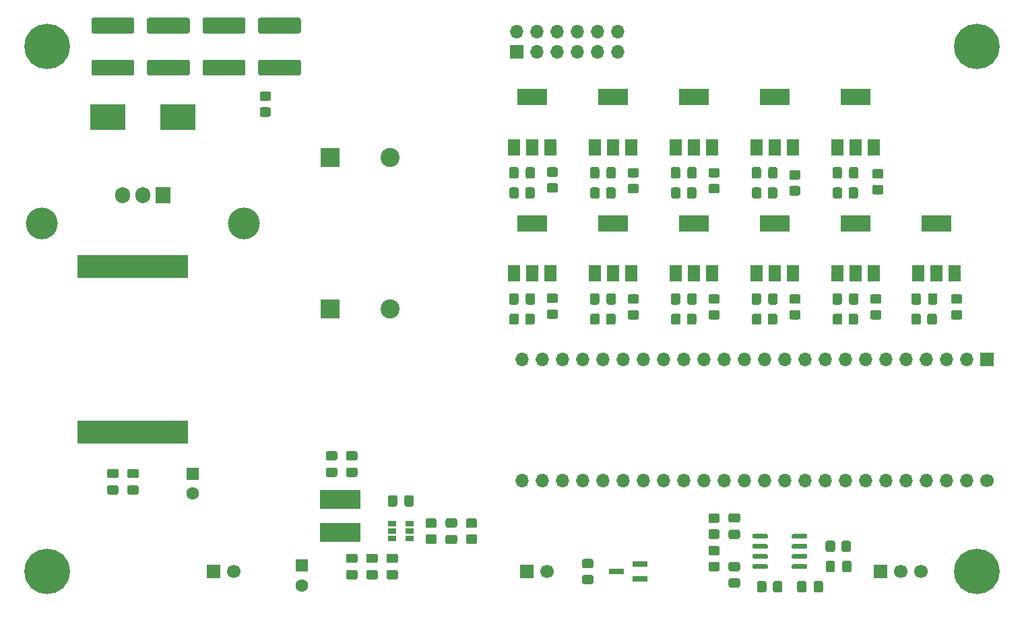
<source format=gbr>
%TF.GenerationSoftware,KiCad,Pcbnew,(5.1.9)-1*%
%TF.CreationDate,2021-10-04T18:28:26-04:00*%
%TF.ProjectId,In9 Music Visualizer RevC,496e3920-4d75-4736-9963-205669737561,rev?*%
%TF.SameCoordinates,Original*%
%TF.FileFunction,Soldermask,Top*%
%TF.FilePolarity,Negative*%
%FSLAX46Y46*%
G04 Gerber Fmt 4.6, Leading zero omitted, Abs format (unit mm)*
G04 Created by KiCad (PCBNEW (5.1.9)-1) date 2021-10-04 18:28:26*
%MOMM*%
%LPD*%
G01*
G04 APERTURE LIST*
%ADD10O,1.905000X2.000000*%
%ADD11R,1.905000X2.000000*%
%ADD12C,1.600000*%
%ADD13R,1.600000X1.600000*%
%ADD14R,5.100000X2.350000*%
%ADD15R,1.060000X0.650000*%
%ADD16C,5.715000*%
%ADD17R,1.500000X2.000000*%
%ADD18R,3.800000X2.000000*%
%ADD19R,1.900000X0.800000*%
%ADD20R,14.000000X3.000000*%
%ADD21O,1.700000X1.700000*%
%ADD22R,1.700000X1.700000*%
%ADD23C,1.700000*%
%ADD24C,4.000000*%
%ADD25R,4.500000X3.300000*%
%ADD26C,2.400000*%
%ADD27R,2.400000X2.400000*%
G04 APERTURE END LIST*
D10*
%TO.C,Q2*%
X65405000Y-74549000D03*
X67945000Y-74549000D03*
D11*
X70485000Y-74549000D03*
%TD*%
D12*
%TO.C,C22*%
X87884000Y-123658000D03*
D13*
X87884000Y-121158000D03*
%TD*%
D14*
%TO.C,L2*%
X92710000Y-117010000D03*
X92710000Y-112860000D03*
%TD*%
%TO.C,C18*%
G36*
G01*
X99880000Y-112555000D02*
X99880000Y-113505000D01*
G75*
G02*
X99630000Y-113755000I-250000J0D01*
G01*
X98955000Y-113755000D01*
G75*
G02*
X98705000Y-113505000I0J250000D01*
G01*
X98705000Y-112555000D01*
G75*
G02*
X98955000Y-112305000I250000J0D01*
G01*
X99630000Y-112305000D01*
G75*
G02*
X99880000Y-112555000I0J-250000D01*
G01*
G37*
G36*
G01*
X101955000Y-112555000D02*
X101955000Y-113505000D01*
G75*
G02*
X101705000Y-113755000I-250000J0D01*
G01*
X101030000Y-113755000D01*
G75*
G02*
X100780000Y-113505000I0J250000D01*
G01*
X100780000Y-112555000D01*
G75*
G02*
X101030000Y-112305000I250000J0D01*
G01*
X101705000Y-112305000D01*
G75*
G02*
X101955000Y-112555000I0J-250000D01*
G01*
G37*
%TD*%
%TO.C,R6*%
G36*
G01*
X140150001Y-115805000D02*
X139249999Y-115805000D01*
G75*
G02*
X139000000Y-115555001I0J249999D01*
G01*
X139000000Y-114854999D01*
G75*
G02*
X139249999Y-114605000I249999J0D01*
G01*
X140150001Y-114605000D01*
G75*
G02*
X140400000Y-114854999I0J-249999D01*
G01*
X140400000Y-115555001D01*
G75*
G02*
X140150001Y-115805000I-249999J0D01*
G01*
G37*
G36*
G01*
X140150001Y-117805000D02*
X139249999Y-117805000D01*
G75*
G02*
X139000000Y-117555001I0J249999D01*
G01*
X139000000Y-116854999D01*
G75*
G02*
X139249999Y-116605000I249999J0D01*
G01*
X140150001Y-116605000D01*
G75*
G02*
X140400000Y-116854999I0J-249999D01*
G01*
X140400000Y-117555001D01*
G75*
G02*
X140150001Y-117805000I-249999J0D01*
G01*
G37*
%TD*%
%TO.C,R2*%
G36*
G01*
X140150001Y-119885000D02*
X139249999Y-119885000D01*
G75*
G02*
X139000000Y-119635001I0J249999D01*
G01*
X139000000Y-118934999D01*
G75*
G02*
X139249999Y-118685000I249999J0D01*
G01*
X140150001Y-118685000D01*
G75*
G02*
X140400000Y-118934999I0J-249999D01*
G01*
X140400000Y-119635001D01*
G75*
G02*
X140150001Y-119885000I-249999J0D01*
G01*
G37*
G36*
G01*
X140150001Y-121885000D02*
X139249999Y-121885000D01*
G75*
G02*
X139000000Y-121635001I0J249999D01*
G01*
X139000000Y-120934999D01*
G75*
G02*
X139249999Y-120685000I249999J0D01*
G01*
X140150001Y-120685000D01*
G75*
G02*
X140400000Y-120934999I0J-249999D01*
G01*
X140400000Y-121635001D01*
G75*
G02*
X140150001Y-121885000I-249999J0D01*
G01*
G37*
%TD*%
D15*
%TO.C,U3*%
X101430000Y-116840000D03*
X101430000Y-115890000D03*
X101430000Y-117790000D03*
X99230000Y-117790000D03*
X99230000Y-116840000D03*
X99230000Y-115890000D03*
%TD*%
%TO.C,C13*%
G36*
G01*
X87540002Y-54230000D02*
X82639998Y-54230000D01*
G75*
G02*
X82390000Y-53980002I0J249998D01*
G01*
X82390000Y-52504998D01*
G75*
G02*
X82639998Y-52255000I249998J0D01*
G01*
X87540002Y-52255000D01*
G75*
G02*
X87790000Y-52504998I0J-249998D01*
G01*
X87790000Y-53980002D01*
G75*
G02*
X87540002Y-54230000I-249998J0D01*
G01*
G37*
G36*
G01*
X87540002Y-59505000D02*
X82639998Y-59505000D01*
G75*
G02*
X82390000Y-59255002I0J249998D01*
G01*
X82390000Y-57779998D01*
G75*
G02*
X82639998Y-57530000I249998J0D01*
G01*
X87540002Y-57530000D01*
G75*
G02*
X87790000Y-57779998I0J-249998D01*
G01*
X87790000Y-59255002D01*
G75*
G02*
X87540002Y-59505000I-249998J0D01*
G01*
G37*
%TD*%
%TO.C,C12*%
G36*
G01*
X80555002Y-54230000D02*
X75654998Y-54230000D01*
G75*
G02*
X75405000Y-53980002I0J249998D01*
G01*
X75405000Y-52504998D01*
G75*
G02*
X75654998Y-52255000I249998J0D01*
G01*
X80555002Y-52255000D01*
G75*
G02*
X80805000Y-52504998I0J-249998D01*
G01*
X80805000Y-53980002D01*
G75*
G02*
X80555002Y-54230000I-249998J0D01*
G01*
G37*
G36*
G01*
X80555002Y-59505000D02*
X75654998Y-59505000D01*
G75*
G02*
X75405000Y-59255002I0J249998D01*
G01*
X75405000Y-57779998D01*
G75*
G02*
X75654998Y-57530000I249998J0D01*
G01*
X80555002Y-57530000D01*
G75*
G02*
X80805000Y-57779998I0J-249998D01*
G01*
X80805000Y-59255002D01*
G75*
G02*
X80555002Y-59505000I-249998J0D01*
G01*
G37*
%TD*%
%TO.C,C11*%
G36*
G01*
X73570002Y-54230000D02*
X68669998Y-54230000D01*
G75*
G02*
X68420000Y-53980002I0J249998D01*
G01*
X68420000Y-52504998D01*
G75*
G02*
X68669998Y-52255000I249998J0D01*
G01*
X73570002Y-52255000D01*
G75*
G02*
X73820000Y-52504998I0J-249998D01*
G01*
X73820000Y-53980002D01*
G75*
G02*
X73570002Y-54230000I-249998J0D01*
G01*
G37*
G36*
G01*
X73570002Y-59505000D02*
X68669998Y-59505000D01*
G75*
G02*
X68420000Y-59255002I0J249998D01*
G01*
X68420000Y-57779998D01*
G75*
G02*
X68669998Y-57530000I249998J0D01*
G01*
X73570002Y-57530000D01*
G75*
G02*
X73820000Y-57779998I0J-249998D01*
G01*
X73820000Y-59255002D01*
G75*
G02*
X73570002Y-59505000I-249998J0D01*
G01*
G37*
%TD*%
%TO.C,C10*%
G36*
G01*
X66585002Y-54230000D02*
X61684998Y-54230000D01*
G75*
G02*
X61435000Y-53980002I0J249998D01*
G01*
X61435000Y-52504998D01*
G75*
G02*
X61684998Y-52255000I249998J0D01*
G01*
X66585002Y-52255000D01*
G75*
G02*
X66835000Y-52504998I0J-249998D01*
G01*
X66835000Y-53980002D01*
G75*
G02*
X66585002Y-54230000I-249998J0D01*
G01*
G37*
G36*
G01*
X66585002Y-59505000D02*
X61684998Y-59505000D01*
G75*
G02*
X61435000Y-59255002I0J249998D01*
G01*
X61435000Y-57779998D01*
G75*
G02*
X61684998Y-57530000I249998J0D01*
G01*
X66585002Y-57530000D01*
G75*
G02*
X66835000Y-57779998I0J-249998D01*
G01*
X66835000Y-59255002D01*
G75*
G02*
X66585002Y-59505000I-249998J0D01*
G01*
G37*
%TD*%
D16*
%TO.C,REF\u002A\u002A*%
X172720000Y-121920000D03*
%TD*%
%TO.C,REF\u002A\u002A*%
X172720000Y-55880000D03*
%TD*%
%TO.C,REF\u002A\u002A*%
X55880000Y-121920000D03*
%TD*%
%TO.C,REF\u002A\u002A*%
X55880000Y-55880000D03*
%TD*%
%TO.C,U1*%
G36*
G01*
X146455000Y-121135000D02*
X146455000Y-121435000D01*
G75*
G02*
X146305000Y-121585000I-150000J0D01*
G01*
X144655000Y-121585000D01*
G75*
G02*
X144505000Y-121435000I0J150000D01*
G01*
X144505000Y-121135000D01*
G75*
G02*
X144655000Y-120985000I150000J0D01*
G01*
X146305000Y-120985000D01*
G75*
G02*
X146455000Y-121135000I0J-150000D01*
G01*
G37*
G36*
G01*
X146455000Y-119865000D02*
X146455000Y-120165000D01*
G75*
G02*
X146305000Y-120315000I-150000J0D01*
G01*
X144655000Y-120315000D01*
G75*
G02*
X144505000Y-120165000I0J150000D01*
G01*
X144505000Y-119865000D01*
G75*
G02*
X144655000Y-119715000I150000J0D01*
G01*
X146305000Y-119715000D01*
G75*
G02*
X146455000Y-119865000I0J-150000D01*
G01*
G37*
G36*
G01*
X146455000Y-118595000D02*
X146455000Y-118895000D01*
G75*
G02*
X146305000Y-119045000I-150000J0D01*
G01*
X144655000Y-119045000D01*
G75*
G02*
X144505000Y-118895000I0J150000D01*
G01*
X144505000Y-118595000D01*
G75*
G02*
X144655000Y-118445000I150000J0D01*
G01*
X146305000Y-118445000D01*
G75*
G02*
X146455000Y-118595000I0J-150000D01*
G01*
G37*
G36*
G01*
X146455000Y-117325000D02*
X146455000Y-117625000D01*
G75*
G02*
X146305000Y-117775000I-150000J0D01*
G01*
X144655000Y-117775000D01*
G75*
G02*
X144505000Y-117625000I0J150000D01*
G01*
X144505000Y-117325000D01*
G75*
G02*
X144655000Y-117175000I150000J0D01*
G01*
X146305000Y-117175000D01*
G75*
G02*
X146455000Y-117325000I0J-150000D01*
G01*
G37*
G36*
G01*
X151405000Y-117325000D02*
X151405000Y-117625000D01*
G75*
G02*
X151255000Y-117775000I-150000J0D01*
G01*
X149605000Y-117775000D01*
G75*
G02*
X149455000Y-117625000I0J150000D01*
G01*
X149455000Y-117325000D01*
G75*
G02*
X149605000Y-117175000I150000J0D01*
G01*
X151255000Y-117175000D01*
G75*
G02*
X151405000Y-117325000I0J-150000D01*
G01*
G37*
G36*
G01*
X151405000Y-118595000D02*
X151405000Y-118895000D01*
G75*
G02*
X151255000Y-119045000I-150000J0D01*
G01*
X149605000Y-119045000D01*
G75*
G02*
X149455000Y-118895000I0J150000D01*
G01*
X149455000Y-118595000D01*
G75*
G02*
X149605000Y-118445000I150000J0D01*
G01*
X151255000Y-118445000D01*
G75*
G02*
X151405000Y-118595000I0J-150000D01*
G01*
G37*
G36*
G01*
X151405000Y-119865000D02*
X151405000Y-120165000D01*
G75*
G02*
X151255000Y-120315000I-150000J0D01*
G01*
X149605000Y-120315000D01*
G75*
G02*
X149455000Y-120165000I0J150000D01*
G01*
X149455000Y-119865000D01*
G75*
G02*
X149605000Y-119715000I150000J0D01*
G01*
X151255000Y-119715000D01*
G75*
G02*
X151405000Y-119865000I0J-150000D01*
G01*
G37*
G36*
G01*
X151405000Y-121135000D02*
X151405000Y-121435000D01*
G75*
G02*
X151255000Y-121585000I-150000J0D01*
G01*
X149605000Y-121585000D01*
G75*
G02*
X149455000Y-121435000I0J150000D01*
G01*
X149455000Y-121135000D01*
G75*
G02*
X149605000Y-120985000I150000J0D01*
G01*
X151255000Y-120985000D01*
G75*
G02*
X151405000Y-121135000I0J-150000D01*
G01*
G37*
%TD*%
%TO.C,R38*%
G36*
G01*
X169729999Y-89030000D02*
X170630001Y-89030000D01*
G75*
G02*
X170880000Y-89279999I0J-249999D01*
G01*
X170880000Y-89980001D01*
G75*
G02*
X170630001Y-90230000I-249999J0D01*
G01*
X169729999Y-90230000D01*
G75*
G02*
X169480000Y-89980001I0J249999D01*
G01*
X169480000Y-89279999D01*
G75*
G02*
X169729999Y-89030000I249999J0D01*
G01*
G37*
G36*
G01*
X169729999Y-87030000D02*
X170630001Y-87030000D01*
G75*
G02*
X170880000Y-87279999I0J-249999D01*
G01*
X170880000Y-87980001D01*
G75*
G02*
X170630001Y-88230000I-249999J0D01*
G01*
X169729999Y-88230000D01*
G75*
G02*
X169480000Y-87980001I0J249999D01*
G01*
X169480000Y-87279999D01*
G75*
G02*
X169729999Y-87030000I249999J0D01*
G01*
G37*
%TD*%
%TO.C,R37*%
G36*
G01*
X159823999Y-73282000D02*
X160724001Y-73282000D01*
G75*
G02*
X160974000Y-73531999I0J-249999D01*
G01*
X160974000Y-74232001D01*
G75*
G02*
X160724001Y-74482000I-249999J0D01*
G01*
X159823999Y-74482000D01*
G75*
G02*
X159574000Y-74232001I0J249999D01*
G01*
X159574000Y-73531999D01*
G75*
G02*
X159823999Y-73282000I249999J0D01*
G01*
G37*
G36*
G01*
X159823999Y-71282000D02*
X160724001Y-71282000D01*
G75*
G02*
X160974000Y-71531999I0J-249999D01*
G01*
X160974000Y-72232001D01*
G75*
G02*
X160724001Y-72482000I-249999J0D01*
G01*
X159823999Y-72482000D01*
G75*
G02*
X159574000Y-72232001I0J249999D01*
G01*
X159574000Y-71531999D01*
G75*
G02*
X159823999Y-71282000I249999J0D01*
G01*
G37*
%TD*%
%TO.C,R36*%
G36*
G01*
X159569999Y-89030000D02*
X160470001Y-89030000D01*
G75*
G02*
X160720000Y-89279999I0J-249999D01*
G01*
X160720000Y-89980001D01*
G75*
G02*
X160470001Y-90230000I-249999J0D01*
G01*
X159569999Y-90230000D01*
G75*
G02*
X159320000Y-89980001I0J249999D01*
G01*
X159320000Y-89279999D01*
G75*
G02*
X159569999Y-89030000I249999J0D01*
G01*
G37*
G36*
G01*
X159569999Y-87030000D02*
X160470001Y-87030000D01*
G75*
G02*
X160720000Y-87279999I0J-249999D01*
G01*
X160720000Y-87980001D01*
G75*
G02*
X160470001Y-88230000I-249999J0D01*
G01*
X159569999Y-88230000D01*
G75*
G02*
X159320000Y-87980001I0J249999D01*
G01*
X159320000Y-87279999D01*
G75*
G02*
X159569999Y-87030000I249999J0D01*
G01*
G37*
%TD*%
%TO.C,R35*%
G36*
G01*
X149409999Y-73425000D02*
X150310001Y-73425000D01*
G75*
G02*
X150560000Y-73674999I0J-249999D01*
G01*
X150560000Y-74375001D01*
G75*
G02*
X150310001Y-74625000I-249999J0D01*
G01*
X149409999Y-74625000D01*
G75*
G02*
X149160000Y-74375001I0J249999D01*
G01*
X149160000Y-73674999D01*
G75*
G02*
X149409999Y-73425000I249999J0D01*
G01*
G37*
G36*
G01*
X149409999Y-71425000D02*
X150310001Y-71425000D01*
G75*
G02*
X150560000Y-71674999I0J-249999D01*
G01*
X150560000Y-72375001D01*
G75*
G02*
X150310001Y-72625000I-249999J0D01*
G01*
X149409999Y-72625000D01*
G75*
G02*
X149160000Y-72375001I0J249999D01*
G01*
X149160000Y-71674999D01*
G75*
G02*
X149409999Y-71425000I249999J0D01*
G01*
G37*
%TD*%
%TO.C,R34*%
G36*
G01*
X149409999Y-89030000D02*
X150310001Y-89030000D01*
G75*
G02*
X150560000Y-89279999I0J-249999D01*
G01*
X150560000Y-89980001D01*
G75*
G02*
X150310001Y-90230000I-249999J0D01*
G01*
X149409999Y-90230000D01*
G75*
G02*
X149160000Y-89980001I0J249999D01*
G01*
X149160000Y-89279999D01*
G75*
G02*
X149409999Y-89030000I249999J0D01*
G01*
G37*
G36*
G01*
X149409999Y-87030000D02*
X150310001Y-87030000D01*
G75*
G02*
X150560000Y-87279999I0J-249999D01*
G01*
X150560000Y-87980001D01*
G75*
G02*
X150310001Y-88230000I-249999J0D01*
G01*
X149409999Y-88230000D01*
G75*
G02*
X149160000Y-87980001I0J249999D01*
G01*
X149160000Y-87279999D01*
G75*
G02*
X149409999Y-87030000I249999J0D01*
G01*
G37*
%TD*%
%TO.C,R33*%
G36*
G01*
X166500000Y-90620001D02*
X166500000Y-89719999D01*
G75*
G02*
X166749999Y-89470000I249999J0D01*
G01*
X167450001Y-89470000D01*
G75*
G02*
X167700000Y-89719999I0J-249999D01*
G01*
X167700000Y-90620001D01*
G75*
G02*
X167450001Y-90870000I-249999J0D01*
G01*
X166749999Y-90870000D01*
G75*
G02*
X166500000Y-90620001I0J249999D01*
G01*
G37*
G36*
G01*
X164500000Y-90620001D02*
X164500000Y-89719999D01*
G75*
G02*
X164749999Y-89470000I249999J0D01*
G01*
X165450001Y-89470000D01*
G75*
G02*
X165700000Y-89719999I0J-249999D01*
G01*
X165700000Y-90620001D01*
G75*
G02*
X165450001Y-90870000I-249999J0D01*
G01*
X164749999Y-90870000D01*
G75*
G02*
X164500000Y-90620001I0J249999D01*
G01*
G37*
%TD*%
%TO.C,R32*%
G36*
G01*
X156610000Y-74745001D02*
X156610000Y-73844999D01*
G75*
G02*
X156859999Y-73595000I249999J0D01*
G01*
X157560001Y-73595000D01*
G75*
G02*
X157810000Y-73844999I0J-249999D01*
G01*
X157810000Y-74745001D01*
G75*
G02*
X157560001Y-74995000I-249999J0D01*
G01*
X156859999Y-74995000D01*
G75*
G02*
X156610000Y-74745001I0J249999D01*
G01*
G37*
G36*
G01*
X154610000Y-74745001D02*
X154610000Y-73844999D01*
G75*
G02*
X154859999Y-73595000I249999J0D01*
G01*
X155560001Y-73595000D01*
G75*
G02*
X155810000Y-73844999I0J-249999D01*
G01*
X155810000Y-74745001D01*
G75*
G02*
X155560001Y-74995000I-249999J0D01*
G01*
X154859999Y-74995000D01*
G75*
G02*
X154610000Y-74745001I0J249999D01*
G01*
G37*
%TD*%
%TO.C,R31*%
G36*
G01*
X156610000Y-90620001D02*
X156610000Y-89719999D01*
G75*
G02*
X156859999Y-89470000I249999J0D01*
G01*
X157560001Y-89470000D01*
G75*
G02*
X157810000Y-89719999I0J-249999D01*
G01*
X157810000Y-90620001D01*
G75*
G02*
X157560001Y-90870000I-249999J0D01*
G01*
X156859999Y-90870000D01*
G75*
G02*
X156610000Y-90620001I0J249999D01*
G01*
G37*
G36*
G01*
X154610000Y-90620001D02*
X154610000Y-89719999D01*
G75*
G02*
X154859999Y-89470000I249999J0D01*
G01*
X155560001Y-89470000D01*
G75*
G02*
X155810000Y-89719999I0J-249999D01*
G01*
X155810000Y-90620001D01*
G75*
G02*
X155560001Y-90870000I-249999J0D01*
G01*
X154859999Y-90870000D01*
G75*
G02*
X154610000Y-90620001I0J249999D01*
G01*
G37*
%TD*%
%TO.C,R30*%
G36*
G01*
X146450000Y-74745001D02*
X146450000Y-73844999D01*
G75*
G02*
X146699999Y-73595000I249999J0D01*
G01*
X147400001Y-73595000D01*
G75*
G02*
X147650000Y-73844999I0J-249999D01*
G01*
X147650000Y-74745001D01*
G75*
G02*
X147400001Y-74995000I-249999J0D01*
G01*
X146699999Y-74995000D01*
G75*
G02*
X146450000Y-74745001I0J249999D01*
G01*
G37*
G36*
G01*
X144450000Y-74745001D02*
X144450000Y-73844999D01*
G75*
G02*
X144699999Y-73595000I249999J0D01*
G01*
X145400001Y-73595000D01*
G75*
G02*
X145650000Y-73844999I0J-249999D01*
G01*
X145650000Y-74745001D01*
G75*
G02*
X145400001Y-74995000I-249999J0D01*
G01*
X144699999Y-74995000D01*
G75*
G02*
X144450000Y-74745001I0J249999D01*
G01*
G37*
%TD*%
%TO.C,R29*%
G36*
G01*
X146450000Y-90620001D02*
X146450000Y-89719999D01*
G75*
G02*
X146699999Y-89470000I249999J0D01*
G01*
X147400001Y-89470000D01*
G75*
G02*
X147650000Y-89719999I0J-249999D01*
G01*
X147650000Y-90620001D01*
G75*
G02*
X147400001Y-90870000I-249999J0D01*
G01*
X146699999Y-90870000D01*
G75*
G02*
X146450000Y-90620001I0J249999D01*
G01*
G37*
G36*
G01*
X144450000Y-90620001D02*
X144450000Y-89719999D01*
G75*
G02*
X144699999Y-89470000I249999J0D01*
G01*
X145400001Y-89470000D01*
G75*
G02*
X145650000Y-89719999I0J-249999D01*
G01*
X145650000Y-90620001D01*
G75*
G02*
X145400001Y-90870000I-249999J0D01*
G01*
X144699999Y-90870000D01*
G75*
G02*
X144450000Y-90620001I0J249999D01*
G01*
G37*
%TD*%
%TO.C,R28*%
G36*
G01*
X139249999Y-73155000D02*
X140150001Y-73155000D01*
G75*
G02*
X140400000Y-73404999I0J-249999D01*
G01*
X140400000Y-74105001D01*
G75*
G02*
X140150001Y-74355000I-249999J0D01*
G01*
X139249999Y-74355000D01*
G75*
G02*
X139000000Y-74105001I0J249999D01*
G01*
X139000000Y-73404999D01*
G75*
G02*
X139249999Y-73155000I249999J0D01*
G01*
G37*
G36*
G01*
X139249999Y-71155000D02*
X140150001Y-71155000D01*
G75*
G02*
X140400000Y-71404999I0J-249999D01*
G01*
X140400000Y-72105001D01*
G75*
G02*
X140150001Y-72355000I-249999J0D01*
G01*
X139249999Y-72355000D01*
G75*
G02*
X139000000Y-72105001I0J249999D01*
G01*
X139000000Y-71404999D01*
G75*
G02*
X139249999Y-71155000I249999J0D01*
G01*
G37*
%TD*%
%TO.C,R27*%
G36*
G01*
X139249999Y-89030000D02*
X140150001Y-89030000D01*
G75*
G02*
X140400000Y-89279999I0J-249999D01*
G01*
X140400000Y-89980001D01*
G75*
G02*
X140150001Y-90230000I-249999J0D01*
G01*
X139249999Y-90230000D01*
G75*
G02*
X139000000Y-89980001I0J249999D01*
G01*
X139000000Y-89279999D01*
G75*
G02*
X139249999Y-89030000I249999J0D01*
G01*
G37*
G36*
G01*
X139249999Y-87030000D02*
X140150001Y-87030000D01*
G75*
G02*
X140400000Y-87279999I0J-249999D01*
G01*
X140400000Y-87980001D01*
G75*
G02*
X140150001Y-88230000I-249999J0D01*
G01*
X139249999Y-88230000D01*
G75*
G02*
X139000000Y-87980001I0J249999D01*
G01*
X139000000Y-87279999D01*
G75*
G02*
X139249999Y-87030000I249999J0D01*
G01*
G37*
%TD*%
%TO.C,R26*%
G36*
G01*
X129089999Y-73155000D02*
X129990001Y-73155000D01*
G75*
G02*
X130240000Y-73404999I0J-249999D01*
G01*
X130240000Y-74105001D01*
G75*
G02*
X129990001Y-74355000I-249999J0D01*
G01*
X129089999Y-74355000D01*
G75*
G02*
X128840000Y-74105001I0J249999D01*
G01*
X128840000Y-73404999D01*
G75*
G02*
X129089999Y-73155000I249999J0D01*
G01*
G37*
G36*
G01*
X129089999Y-71155000D02*
X129990001Y-71155000D01*
G75*
G02*
X130240000Y-71404999I0J-249999D01*
G01*
X130240000Y-72105001D01*
G75*
G02*
X129990001Y-72355000I-249999J0D01*
G01*
X129089999Y-72355000D01*
G75*
G02*
X128840000Y-72105001I0J249999D01*
G01*
X128840000Y-71404999D01*
G75*
G02*
X129089999Y-71155000I249999J0D01*
G01*
G37*
%TD*%
%TO.C,R25*%
G36*
G01*
X129089999Y-89030000D02*
X129990001Y-89030000D01*
G75*
G02*
X130240000Y-89279999I0J-249999D01*
G01*
X130240000Y-89980001D01*
G75*
G02*
X129990001Y-90230000I-249999J0D01*
G01*
X129089999Y-90230000D01*
G75*
G02*
X128840000Y-89980001I0J249999D01*
G01*
X128840000Y-89279999D01*
G75*
G02*
X129089999Y-89030000I249999J0D01*
G01*
G37*
G36*
G01*
X129089999Y-87030000D02*
X129990001Y-87030000D01*
G75*
G02*
X130240000Y-87279999I0J-249999D01*
G01*
X130240000Y-87980001D01*
G75*
G02*
X129990001Y-88230000I-249999J0D01*
G01*
X129089999Y-88230000D01*
G75*
G02*
X128840000Y-87980001I0J249999D01*
G01*
X128840000Y-87279999D01*
G75*
G02*
X129089999Y-87030000I249999J0D01*
G01*
G37*
%TD*%
%TO.C,R24*%
G36*
G01*
X118929999Y-73060000D02*
X119830001Y-73060000D01*
G75*
G02*
X120080000Y-73309999I0J-249999D01*
G01*
X120080000Y-74010001D01*
G75*
G02*
X119830001Y-74260000I-249999J0D01*
G01*
X118929999Y-74260000D01*
G75*
G02*
X118680000Y-74010001I0J249999D01*
G01*
X118680000Y-73309999D01*
G75*
G02*
X118929999Y-73060000I249999J0D01*
G01*
G37*
G36*
G01*
X118929999Y-71060000D02*
X119830001Y-71060000D01*
G75*
G02*
X120080000Y-71309999I0J-249999D01*
G01*
X120080000Y-72010001D01*
G75*
G02*
X119830001Y-72260000I-249999J0D01*
G01*
X118929999Y-72260000D01*
G75*
G02*
X118680000Y-72010001I0J249999D01*
G01*
X118680000Y-71309999D01*
G75*
G02*
X118929999Y-71060000I249999J0D01*
G01*
G37*
%TD*%
%TO.C,R23*%
G36*
G01*
X118929999Y-88935000D02*
X119830001Y-88935000D01*
G75*
G02*
X120080000Y-89184999I0J-249999D01*
G01*
X120080000Y-89885001D01*
G75*
G02*
X119830001Y-90135000I-249999J0D01*
G01*
X118929999Y-90135000D01*
G75*
G02*
X118680000Y-89885001I0J249999D01*
G01*
X118680000Y-89184999D01*
G75*
G02*
X118929999Y-88935000I249999J0D01*
G01*
G37*
G36*
G01*
X118929999Y-86935000D02*
X119830001Y-86935000D01*
G75*
G02*
X120080000Y-87184999I0J-249999D01*
G01*
X120080000Y-87885001D01*
G75*
G02*
X119830001Y-88135000I-249999J0D01*
G01*
X118929999Y-88135000D01*
G75*
G02*
X118680000Y-87885001I0J249999D01*
G01*
X118680000Y-87184999D01*
G75*
G02*
X118929999Y-86935000I249999J0D01*
G01*
G37*
%TD*%
%TO.C,R22*%
G36*
G01*
X136290000Y-74745001D02*
X136290000Y-73844999D01*
G75*
G02*
X136539999Y-73595000I249999J0D01*
G01*
X137240001Y-73595000D01*
G75*
G02*
X137490000Y-73844999I0J-249999D01*
G01*
X137490000Y-74745001D01*
G75*
G02*
X137240001Y-74995000I-249999J0D01*
G01*
X136539999Y-74995000D01*
G75*
G02*
X136290000Y-74745001I0J249999D01*
G01*
G37*
G36*
G01*
X134290000Y-74745001D02*
X134290000Y-73844999D01*
G75*
G02*
X134539999Y-73595000I249999J0D01*
G01*
X135240001Y-73595000D01*
G75*
G02*
X135490000Y-73844999I0J-249999D01*
G01*
X135490000Y-74745001D01*
G75*
G02*
X135240001Y-74995000I-249999J0D01*
G01*
X134539999Y-74995000D01*
G75*
G02*
X134290000Y-74745001I0J249999D01*
G01*
G37*
%TD*%
%TO.C,R21*%
G36*
G01*
X136290000Y-90620001D02*
X136290000Y-89719999D01*
G75*
G02*
X136539999Y-89470000I249999J0D01*
G01*
X137240001Y-89470000D01*
G75*
G02*
X137490000Y-89719999I0J-249999D01*
G01*
X137490000Y-90620001D01*
G75*
G02*
X137240001Y-90870000I-249999J0D01*
G01*
X136539999Y-90870000D01*
G75*
G02*
X136290000Y-90620001I0J249999D01*
G01*
G37*
G36*
G01*
X134290000Y-90620001D02*
X134290000Y-89719999D01*
G75*
G02*
X134539999Y-89470000I249999J0D01*
G01*
X135240001Y-89470000D01*
G75*
G02*
X135490000Y-89719999I0J-249999D01*
G01*
X135490000Y-90620001D01*
G75*
G02*
X135240001Y-90870000I-249999J0D01*
G01*
X134539999Y-90870000D01*
G75*
G02*
X134290000Y-90620001I0J249999D01*
G01*
G37*
%TD*%
%TO.C,R20*%
G36*
G01*
X126130000Y-74745001D02*
X126130000Y-73844999D01*
G75*
G02*
X126379999Y-73595000I249999J0D01*
G01*
X127080001Y-73595000D01*
G75*
G02*
X127330000Y-73844999I0J-249999D01*
G01*
X127330000Y-74745001D01*
G75*
G02*
X127080001Y-74995000I-249999J0D01*
G01*
X126379999Y-74995000D01*
G75*
G02*
X126130000Y-74745001I0J249999D01*
G01*
G37*
G36*
G01*
X124130000Y-74745001D02*
X124130000Y-73844999D01*
G75*
G02*
X124379999Y-73595000I249999J0D01*
G01*
X125080001Y-73595000D01*
G75*
G02*
X125330000Y-73844999I0J-249999D01*
G01*
X125330000Y-74745001D01*
G75*
G02*
X125080001Y-74995000I-249999J0D01*
G01*
X124379999Y-74995000D01*
G75*
G02*
X124130000Y-74745001I0J249999D01*
G01*
G37*
%TD*%
%TO.C,R19*%
G36*
G01*
X126130000Y-90620001D02*
X126130000Y-89719999D01*
G75*
G02*
X126379999Y-89470000I249999J0D01*
G01*
X127080001Y-89470000D01*
G75*
G02*
X127330000Y-89719999I0J-249999D01*
G01*
X127330000Y-90620001D01*
G75*
G02*
X127080001Y-90870000I-249999J0D01*
G01*
X126379999Y-90870000D01*
G75*
G02*
X126130000Y-90620001I0J249999D01*
G01*
G37*
G36*
G01*
X124130000Y-90620001D02*
X124130000Y-89719999D01*
G75*
G02*
X124379999Y-89470000I249999J0D01*
G01*
X125080001Y-89470000D01*
G75*
G02*
X125330000Y-89719999I0J-249999D01*
G01*
X125330000Y-90620001D01*
G75*
G02*
X125080001Y-90870000I-249999J0D01*
G01*
X124379999Y-90870000D01*
G75*
G02*
X124130000Y-90620001I0J249999D01*
G01*
G37*
%TD*%
%TO.C,R18*%
G36*
G01*
X115970000Y-74745001D02*
X115970000Y-73844999D01*
G75*
G02*
X116219999Y-73595000I249999J0D01*
G01*
X116920001Y-73595000D01*
G75*
G02*
X117170000Y-73844999I0J-249999D01*
G01*
X117170000Y-74745001D01*
G75*
G02*
X116920001Y-74995000I-249999J0D01*
G01*
X116219999Y-74995000D01*
G75*
G02*
X115970000Y-74745001I0J249999D01*
G01*
G37*
G36*
G01*
X113970000Y-74745001D02*
X113970000Y-73844999D01*
G75*
G02*
X114219999Y-73595000I249999J0D01*
G01*
X114920001Y-73595000D01*
G75*
G02*
X115170000Y-73844999I0J-249999D01*
G01*
X115170000Y-74745001D01*
G75*
G02*
X114920001Y-74995000I-249999J0D01*
G01*
X114219999Y-74995000D01*
G75*
G02*
X113970000Y-74745001I0J249999D01*
G01*
G37*
%TD*%
%TO.C,R17*%
G36*
G01*
X115970000Y-90620001D02*
X115970000Y-89719999D01*
G75*
G02*
X116219999Y-89470000I249999J0D01*
G01*
X116920001Y-89470000D01*
G75*
G02*
X117170000Y-89719999I0J-249999D01*
G01*
X117170000Y-90620001D01*
G75*
G02*
X116920001Y-90870000I-249999J0D01*
G01*
X116219999Y-90870000D01*
G75*
G02*
X115970000Y-90620001I0J249999D01*
G01*
G37*
G36*
G01*
X113970000Y-90620001D02*
X113970000Y-89719999D01*
G75*
G02*
X114219999Y-89470000I249999J0D01*
G01*
X114920001Y-89470000D01*
G75*
G02*
X115170000Y-89719999I0J-249999D01*
G01*
X115170000Y-90620001D01*
G75*
G02*
X114920001Y-90870000I-249999J0D01*
G01*
X114219999Y-90870000D01*
G75*
G02*
X113970000Y-90620001I0J249999D01*
G01*
G37*
%TD*%
%TO.C,R16*%
G36*
G01*
X104590001Y-116440000D02*
X103689999Y-116440000D01*
G75*
G02*
X103440000Y-116190001I0J249999D01*
G01*
X103440000Y-115489999D01*
G75*
G02*
X103689999Y-115240000I249999J0D01*
G01*
X104590001Y-115240000D01*
G75*
G02*
X104840000Y-115489999I0J-249999D01*
G01*
X104840000Y-116190001D01*
G75*
G02*
X104590001Y-116440000I-249999J0D01*
G01*
G37*
G36*
G01*
X104590001Y-118440000D02*
X103689999Y-118440000D01*
G75*
G02*
X103440000Y-118190001I0J249999D01*
G01*
X103440000Y-117489999D01*
G75*
G02*
X103689999Y-117240000I249999J0D01*
G01*
X104590001Y-117240000D01*
G75*
G02*
X104840000Y-117489999I0J-249999D01*
G01*
X104840000Y-118190001D01*
G75*
G02*
X104590001Y-118440000I-249999J0D01*
G01*
G37*
%TD*%
%TO.C,R15*%
G36*
G01*
X108769999Y-117240000D02*
X109670001Y-117240000D01*
G75*
G02*
X109920000Y-117489999I0J-249999D01*
G01*
X109920000Y-118190001D01*
G75*
G02*
X109670001Y-118440000I-249999J0D01*
G01*
X108769999Y-118440000D01*
G75*
G02*
X108520000Y-118190001I0J249999D01*
G01*
X108520000Y-117489999D01*
G75*
G02*
X108769999Y-117240000I249999J0D01*
G01*
G37*
G36*
G01*
X108769999Y-115240000D02*
X109670001Y-115240000D01*
G75*
G02*
X109920000Y-115489999I0J-249999D01*
G01*
X109920000Y-116190001D01*
G75*
G02*
X109670001Y-116440000I-249999J0D01*
G01*
X108769999Y-116440000D01*
G75*
G02*
X108520000Y-116190001I0J249999D01*
G01*
X108520000Y-115489999D01*
G75*
G02*
X108769999Y-115240000I249999J0D01*
G01*
G37*
%TD*%
%TO.C,R9*%
G36*
G01*
X82861999Y-63519000D02*
X83762001Y-63519000D01*
G75*
G02*
X84012000Y-63768999I0J-249999D01*
G01*
X84012000Y-64469001D01*
G75*
G02*
X83762001Y-64719000I-249999J0D01*
G01*
X82861999Y-64719000D01*
G75*
G02*
X82612000Y-64469001I0J249999D01*
G01*
X82612000Y-63768999D01*
G75*
G02*
X82861999Y-63519000I249999J0D01*
G01*
G37*
G36*
G01*
X82861999Y-61519000D02*
X83762001Y-61519000D01*
G75*
G02*
X84012000Y-61768999I0J-249999D01*
G01*
X84012000Y-62469001D01*
G75*
G02*
X83762001Y-62719000I-249999J0D01*
G01*
X82861999Y-62719000D01*
G75*
G02*
X82612000Y-62469001I0J249999D01*
G01*
X82612000Y-61768999D01*
G75*
G02*
X82861999Y-61519000I249999J0D01*
G01*
G37*
%TD*%
%TO.C,R5*%
G36*
G01*
X155705000Y-119195001D02*
X155705000Y-118294999D01*
G75*
G02*
X155954999Y-118045000I249999J0D01*
G01*
X156655001Y-118045000D01*
G75*
G02*
X156905000Y-118294999I0J-249999D01*
G01*
X156905000Y-119195001D01*
G75*
G02*
X156655001Y-119445000I-249999J0D01*
G01*
X155954999Y-119445000D01*
G75*
G02*
X155705000Y-119195001I0J249999D01*
G01*
G37*
G36*
G01*
X153705000Y-119195001D02*
X153705000Y-118294999D01*
G75*
G02*
X153954999Y-118045000I249999J0D01*
G01*
X154655001Y-118045000D01*
G75*
G02*
X154905000Y-118294999I0J-249999D01*
G01*
X154905000Y-119195001D01*
G75*
G02*
X154655001Y-119445000I-249999J0D01*
G01*
X153954999Y-119445000D01*
G75*
G02*
X153705000Y-119195001I0J249999D01*
G01*
G37*
%TD*%
%TO.C,R4*%
G36*
G01*
X147085000Y-124275001D02*
X147085000Y-123374999D01*
G75*
G02*
X147334999Y-123125000I249999J0D01*
G01*
X148035001Y-123125000D01*
G75*
G02*
X148285000Y-123374999I0J-249999D01*
G01*
X148285000Y-124275001D01*
G75*
G02*
X148035001Y-124525000I-249999J0D01*
G01*
X147334999Y-124525000D01*
G75*
G02*
X147085000Y-124275001I0J249999D01*
G01*
G37*
G36*
G01*
X145085000Y-124275001D02*
X145085000Y-123374999D01*
G75*
G02*
X145334999Y-123125000I249999J0D01*
G01*
X146035001Y-123125000D01*
G75*
G02*
X146285000Y-123374999I0J-249999D01*
G01*
X146285000Y-124275001D01*
G75*
G02*
X146035001Y-124525000I-249999J0D01*
G01*
X145334999Y-124525000D01*
G75*
G02*
X145085000Y-124275001I0J249999D01*
G01*
G37*
%TD*%
%TO.C,R3*%
G36*
G01*
X123374999Y-122320000D02*
X124275001Y-122320000D01*
G75*
G02*
X124525000Y-122569999I0J-249999D01*
G01*
X124525000Y-123270001D01*
G75*
G02*
X124275001Y-123520000I-249999J0D01*
G01*
X123374999Y-123520000D01*
G75*
G02*
X123125000Y-123270001I0J249999D01*
G01*
X123125000Y-122569999D01*
G75*
G02*
X123374999Y-122320000I249999J0D01*
G01*
G37*
G36*
G01*
X123374999Y-120320000D02*
X124275001Y-120320000D01*
G75*
G02*
X124525000Y-120569999I0J-249999D01*
G01*
X124525000Y-121270001D01*
G75*
G02*
X124275001Y-121520000I-249999J0D01*
G01*
X123374999Y-121520000D01*
G75*
G02*
X123125000Y-121270001I0J249999D01*
G01*
X123125000Y-120569999D01*
G75*
G02*
X123374999Y-120320000I249999J0D01*
G01*
G37*
%TD*%
D17*
%TO.C,Q13*%
X165340000Y-84430000D03*
X169940000Y-84430000D03*
X167640000Y-84430000D03*
D18*
X167640000Y-78130000D03*
%TD*%
D17*
%TO.C,Q12*%
X155180000Y-68555000D03*
X159780000Y-68555000D03*
X157480000Y-68555000D03*
D18*
X157480000Y-62255000D03*
%TD*%
D17*
%TO.C,Q11*%
X155180000Y-84430000D03*
X159780000Y-84430000D03*
X157480000Y-84430000D03*
D18*
X157480000Y-78130000D03*
%TD*%
D17*
%TO.C,Q10*%
X145020000Y-68555000D03*
X149620000Y-68555000D03*
X147320000Y-68555000D03*
D18*
X147320000Y-62255000D03*
%TD*%
D17*
%TO.C,Q9*%
X145020000Y-84430000D03*
X149620000Y-84430000D03*
X147320000Y-84430000D03*
D18*
X147320000Y-78130000D03*
%TD*%
D17*
%TO.C,Q8*%
X134860000Y-68555000D03*
X139460000Y-68555000D03*
X137160000Y-68555000D03*
D18*
X137160000Y-62255000D03*
%TD*%
D17*
%TO.C,Q7*%
X134860000Y-84430000D03*
X139460000Y-84430000D03*
X137160000Y-84430000D03*
D18*
X137160000Y-78130000D03*
%TD*%
D17*
%TO.C,Q6*%
X124700000Y-68555000D03*
X129300000Y-68555000D03*
X127000000Y-68555000D03*
D18*
X127000000Y-62255000D03*
%TD*%
D17*
%TO.C,Q5*%
X124700000Y-84430000D03*
X129300000Y-84430000D03*
X127000000Y-84430000D03*
D18*
X127000000Y-78130000D03*
%TD*%
D17*
%TO.C,Q4*%
X114540000Y-68555000D03*
X119140000Y-68555000D03*
X116840000Y-68555000D03*
D18*
X116840000Y-62255000D03*
%TD*%
D17*
%TO.C,Q3*%
X114540000Y-84430000D03*
X119140000Y-84430000D03*
X116840000Y-84430000D03*
D18*
X116840000Y-78130000D03*
%TD*%
D19*
%TO.C,Q1*%
X127405000Y-121920000D03*
X130405000Y-120970000D03*
X130405000Y-122870000D03*
%TD*%
D20*
%TO.C,L1*%
X66675000Y-104380000D03*
X66675000Y-83580000D03*
%TD*%
D21*
%TO.C,J4*%
X127635000Y-53975000D03*
X127635000Y-56515000D03*
X125095000Y-53975000D03*
X125095000Y-56515000D03*
X122555000Y-53975000D03*
X122555000Y-56515000D03*
X120015000Y-53975000D03*
X120015000Y-56515000D03*
X117475000Y-53975000D03*
X117475000Y-56515000D03*
X114935000Y-53975000D03*
D22*
X114935000Y-56515000D03*
%TD*%
D23*
%TO.C,J3*%
X163195000Y-121920000D03*
D22*
X160655000Y-121920000D03*
D23*
X165735000Y-121920000D03*
%TD*%
%TO.C,J2*%
X118745000Y-121920000D03*
D22*
X116205000Y-121920000D03*
%TD*%
D21*
%TO.C,MCU1*%
X158750000Y-110490000D03*
X156210000Y-110490000D03*
D23*
X173990000Y-110490000D03*
D21*
X166370000Y-110490000D03*
X171450000Y-110490000D03*
X163830000Y-110490000D03*
X168910000Y-110490000D03*
X161290000Y-110490000D03*
X153670000Y-110490000D03*
X151130000Y-110490000D03*
X148590000Y-110490000D03*
X146050000Y-110490000D03*
X143510000Y-110490000D03*
X140970000Y-110490000D03*
X125730000Y-110490000D03*
X133350000Y-110490000D03*
X135890000Y-110490000D03*
X138430000Y-110490000D03*
X118110000Y-110490000D03*
X130810000Y-110490000D03*
X123190000Y-110490000D03*
X128270000Y-110490000D03*
X120650000Y-110490000D03*
X115570000Y-110490000D03*
X115570000Y-95250000D03*
X118110000Y-95250000D03*
X120650000Y-95250000D03*
X123190000Y-95250000D03*
X125730000Y-95250000D03*
X128270000Y-95250000D03*
X130810000Y-95250000D03*
X133350000Y-95250000D03*
X135890000Y-95250000D03*
X138430000Y-95250000D03*
X140970000Y-95250000D03*
X143510000Y-95250000D03*
X146050000Y-95250000D03*
X148590000Y-95250000D03*
X151130000Y-95250000D03*
X153670000Y-95250000D03*
X156210000Y-95250000D03*
X158750000Y-95250000D03*
X161290000Y-95250000D03*
X163830000Y-95250000D03*
X166370000Y-95250000D03*
X168910000Y-95250000D03*
X171450000Y-95250000D03*
D22*
X173990000Y-95250000D03*
%TD*%
D23*
%TO.C,J1*%
X79375000Y-121920000D03*
D22*
X76835000Y-121920000D03*
%TD*%
D24*
%TO.C,HS1*%
X80645000Y-78105000D03*
X55245000Y-78105000D03*
%TD*%
D25*
%TO.C,D1*%
X63545000Y-64770000D03*
X72345000Y-64770000D03*
%TD*%
%TO.C,C36*%
G36*
G01*
X166587500Y-88105000D02*
X166587500Y-87155000D01*
G75*
G02*
X166837500Y-86905000I250000J0D01*
G01*
X167512500Y-86905000D01*
G75*
G02*
X167762500Y-87155000I0J-250000D01*
G01*
X167762500Y-88105000D01*
G75*
G02*
X167512500Y-88355000I-250000J0D01*
G01*
X166837500Y-88355000D01*
G75*
G02*
X166587500Y-88105000I0J250000D01*
G01*
G37*
G36*
G01*
X164512500Y-88105000D02*
X164512500Y-87155000D01*
G75*
G02*
X164762500Y-86905000I250000J0D01*
G01*
X165437500Y-86905000D01*
G75*
G02*
X165687500Y-87155000I0J-250000D01*
G01*
X165687500Y-88105000D01*
G75*
G02*
X165437500Y-88355000I-250000J0D01*
G01*
X164762500Y-88355000D01*
G75*
G02*
X164512500Y-88105000I0J250000D01*
G01*
G37*
%TD*%
%TO.C,C35*%
G36*
G01*
X156660000Y-72230000D02*
X156660000Y-71280000D01*
G75*
G02*
X156910000Y-71030000I250000J0D01*
G01*
X157585000Y-71030000D01*
G75*
G02*
X157835000Y-71280000I0J-250000D01*
G01*
X157835000Y-72230000D01*
G75*
G02*
X157585000Y-72480000I-250000J0D01*
G01*
X156910000Y-72480000D01*
G75*
G02*
X156660000Y-72230000I0J250000D01*
G01*
G37*
G36*
G01*
X154585000Y-72230000D02*
X154585000Y-71280000D01*
G75*
G02*
X154835000Y-71030000I250000J0D01*
G01*
X155510000Y-71030000D01*
G75*
G02*
X155760000Y-71280000I0J-250000D01*
G01*
X155760000Y-72230000D01*
G75*
G02*
X155510000Y-72480000I-250000J0D01*
G01*
X154835000Y-72480000D01*
G75*
G02*
X154585000Y-72230000I0J250000D01*
G01*
G37*
%TD*%
%TO.C,C34*%
G36*
G01*
X156660000Y-88105000D02*
X156660000Y-87155000D01*
G75*
G02*
X156910000Y-86905000I250000J0D01*
G01*
X157585000Y-86905000D01*
G75*
G02*
X157835000Y-87155000I0J-250000D01*
G01*
X157835000Y-88105000D01*
G75*
G02*
X157585000Y-88355000I-250000J0D01*
G01*
X156910000Y-88355000D01*
G75*
G02*
X156660000Y-88105000I0J250000D01*
G01*
G37*
G36*
G01*
X154585000Y-88105000D02*
X154585000Y-87155000D01*
G75*
G02*
X154835000Y-86905000I250000J0D01*
G01*
X155510000Y-86905000D01*
G75*
G02*
X155760000Y-87155000I0J-250000D01*
G01*
X155760000Y-88105000D01*
G75*
G02*
X155510000Y-88355000I-250000J0D01*
G01*
X154835000Y-88355000D01*
G75*
G02*
X154585000Y-88105000I0J250000D01*
G01*
G37*
%TD*%
%TO.C,C33*%
G36*
G01*
X146500000Y-72230000D02*
X146500000Y-71280000D01*
G75*
G02*
X146750000Y-71030000I250000J0D01*
G01*
X147425000Y-71030000D01*
G75*
G02*
X147675000Y-71280000I0J-250000D01*
G01*
X147675000Y-72230000D01*
G75*
G02*
X147425000Y-72480000I-250000J0D01*
G01*
X146750000Y-72480000D01*
G75*
G02*
X146500000Y-72230000I0J250000D01*
G01*
G37*
G36*
G01*
X144425000Y-72230000D02*
X144425000Y-71280000D01*
G75*
G02*
X144675000Y-71030000I250000J0D01*
G01*
X145350000Y-71030000D01*
G75*
G02*
X145600000Y-71280000I0J-250000D01*
G01*
X145600000Y-72230000D01*
G75*
G02*
X145350000Y-72480000I-250000J0D01*
G01*
X144675000Y-72480000D01*
G75*
G02*
X144425000Y-72230000I0J250000D01*
G01*
G37*
%TD*%
%TO.C,C32*%
G36*
G01*
X146500000Y-88105000D02*
X146500000Y-87155000D01*
G75*
G02*
X146750000Y-86905000I250000J0D01*
G01*
X147425000Y-86905000D01*
G75*
G02*
X147675000Y-87155000I0J-250000D01*
G01*
X147675000Y-88105000D01*
G75*
G02*
X147425000Y-88355000I-250000J0D01*
G01*
X146750000Y-88355000D01*
G75*
G02*
X146500000Y-88105000I0J250000D01*
G01*
G37*
G36*
G01*
X144425000Y-88105000D02*
X144425000Y-87155000D01*
G75*
G02*
X144675000Y-86905000I250000J0D01*
G01*
X145350000Y-86905000D01*
G75*
G02*
X145600000Y-87155000I0J-250000D01*
G01*
X145600000Y-88105000D01*
G75*
G02*
X145350000Y-88355000I-250000J0D01*
G01*
X144675000Y-88355000D01*
G75*
G02*
X144425000Y-88105000I0J250000D01*
G01*
G37*
%TD*%
%TO.C,C31*%
G36*
G01*
X136340000Y-72230000D02*
X136340000Y-71280000D01*
G75*
G02*
X136590000Y-71030000I250000J0D01*
G01*
X137265000Y-71030000D01*
G75*
G02*
X137515000Y-71280000I0J-250000D01*
G01*
X137515000Y-72230000D01*
G75*
G02*
X137265000Y-72480000I-250000J0D01*
G01*
X136590000Y-72480000D01*
G75*
G02*
X136340000Y-72230000I0J250000D01*
G01*
G37*
G36*
G01*
X134265000Y-72230000D02*
X134265000Y-71280000D01*
G75*
G02*
X134515000Y-71030000I250000J0D01*
G01*
X135190000Y-71030000D01*
G75*
G02*
X135440000Y-71280000I0J-250000D01*
G01*
X135440000Y-72230000D01*
G75*
G02*
X135190000Y-72480000I-250000J0D01*
G01*
X134515000Y-72480000D01*
G75*
G02*
X134265000Y-72230000I0J250000D01*
G01*
G37*
%TD*%
%TO.C,C30*%
G36*
G01*
X136340000Y-88105000D02*
X136340000Y-87155000D01*
G75*
G02*
X136590000Y-86905000I250000J0D01*
G01*
X137265000Y-86905000D01*
G75*
G02*
X137515000Y-87155000I0J-250000D01*
G01*
X137515000Y-88105000D01*
G75*
G02*
X137265000Y-88355000I-250000J0D01*
G01*
X136590000Y-88355000D01*
G75*
G02*
X136340000Y-88105000I0J250000D01*
G01*
G37*
G36*
G01*
X134265000Y-88105000D02*
X134265000Y-87155000D01*
G75*
G02*
X134515000Y-86905000I250000J0D01*
G01*
X135190000Y-86905000D01*
G75*
G02*
X135440000Y-87155000I0J-250000D01*
G01*
X135440000Y-88105000D01*
G75*
G02*
X135190000Y-88355000I-250000J0D01*
G01*
X134515000Y-88355000D01*
G75*
G02*
X134265000Y-88105000I0J250000D01*
G01*
G37*
%TD*%
%TO.C,C29*%
G36*
G01*
X126180000Y-72230000D02*
X126180000Y-71280000D01*
G75*
G02*
X126430000Y-71030000I250000J0D01*
G01*
X127105000Y-71030000D01*
G75*
G02*
X127355000Y-71280000I0J-250000D01*
G01*
X127355000Y-72230000D01*
G75*
G02*
X127105000Y-72480000I-250000J0D01*
G01*
X126430000Y-72480000D01*
G75*
G02*
X126180000Y-72230000I0J250000D01*
G01*
G37*
G36*
G01*
X124105000Y-72230000D02*
X124105000Y-71280000D01*
G75*
G02*
X124355000Y-71030000I250000J0D01*
G01*
X125030000Y-71030000D01*
G75*
G02*
X125280000Y-71280000I0J-250000D01*
G01*
X125280000Y-72230000D01*
G75*
G02*
X125030000Y-72480000I-250000J0D01*
G01*
X124355000Y-72480000D01*
G75*
G02*
X124105000Y-72230000I0J250000D01*
G01*
G37*
%TD*%
%TO.C,C28*%
G36*
G01*
X126180000Y-88105000D02*
X126180000Y-87155000D01*
G75*
G02*
X126430000Y-86905000I250000J0D01*
G01*
X127105000Y-86905000D01*
G75*
G02*
X127355000Y-87155000I0J-250000D01*
G01*
X127355000Y-88105000D01*
G75*
G02*
X127105000Y-88355000I-250000J0D01*
G01*
X126430000Y-88355000D01*
G75*
G02*
X126180000Y-88105000I0J250000D01*
G01*
G37*
G36*
G01*
X124105000Y-88105000D02*
X124105000Y-87155000D01*
G75*
G02*
X124355000Y-86905000I250000J0D01*
G01*
X125030000Y-86905000D01*
G75*
G02*
X125280000Y-87155000I0J-250000D01*
G01*
X125280000Y-88105000D01*
G75*
G02*
X125030000Y-88355000I-250000J0D01*
G01*
X124355000Y-88355000D01*
G75*
G02*
X124105000Y-88105000I0J250000D01*
G01*
G37*
%TD*%
%TO.C,C27*%
G36*
G01*
X116020000Y-72230000D02*
X116020000Y-71280000D01*
G75*
G02*
X116270000Y-71030000I250000J0D01*
G01*
X116945000Y-71030000D01*
G75*
G02*
X117195000Y-71280000I0J-250000D01*
G01*
X117195000Y-72230000D01*
G75*
G02*
X116945000Y-72480000I-250000J0D01*
G01*
X116270000Y-72480000D01*
G75*
G02*
X116020000Y-72230000I0J250000D01*
G01*
G37*
G36*
G01*
X113945000Y-72230000D02*
X113945000Y-71280000D01*
G75*
G02*
X114195000Y-71030000I250000J0D01*
G01*
X114870000Y-71030000D01*
G75*
G02*
X115120000Y-71280000I0J-250000D01*
G01*
X115120000Y-72230000D01*
G75*
G02*
X114870000Y-72480000I-250000J0D01*
G01*
X114195000Y-72480000D01*
G75*
G02*
X113945000Y-72230000I0J250000D01*
G01*
G37*
%TD*%
%TO.C,C26*%
G36*
G01*
X116020000Y-88105000D02*
X116020000Y-87155000D01*
G75*
G02*
X116270000Y-86905000I250000J0D01*
G01*
X116945000Y-86905000D01*
G75*
G02*
X117195000Y-87155000I0J-250000D01*
G01*
X117195000Y-88105000D01*
G75*
G02*
X116945000Y-88355000I-250000J0D01*
G01*
X116270000Y-88355000D01*
G75*
G02*
X116020000Y-88105000I0J250000D01*
G01*
G37*
G36*
G01*
X113945000Y-88105000D02*
X113945000Y-87155000D01*
G75*
G02*
X114195000Y-86905000I250000J0D01*
G01*
X114870000Y-86905000D01*
G75*
G02*
X115120000Y-87155000I0J-250000D01*
G01*
X115120000Y-88105000D01*
G75*
G02*
X114870000Y-88355000I-250000J0D01*
G01*
X114195000Y-88355000D01*
G75*
G02*
X113945000Y-88105000I0J250000D01*
G01*
G37*
%TD*%
%TO.C,C25*%
G36*
G01*
X94645500Y-107944500D02*
X93695500Y-107944500D01*
G75*
G02*
X93445500Y-107694500I0J250000D01*
G01*
X93445500Y-107019500D01*
G75*
G02*
X93695500Y-106769500I250000J0D01*
G01*
X94645500Y-106769500D01*
G75*
G02*
X94895500Y-107019500I0J-250000D01*
G01*
X94895500Y-107694500D01*
G75*
G02*
X94645500Y-107944500I-250000J0D01*
G01*
G37*
G36*
G01*
X94645500Y-110019500D02*
X93695500Y-110019500D01*
G75*
G02*
X93445500Y-109769500I0J250000D01*
G01*
X93445500Y-109094500D01*
G75*
G02*
X93695500Y-108844500I250000J0D01*
G01*
X94645500Y-108844500D01*
G75*
G02*
X94895500Y-109094500I0J-250000D01*
G01*
X94895500Y-109769500D01*
G75*
G02*
X94645500Y-110019500I-250000J0D01*
G01*
G37*
%TD*%
%TO.C,C24*%
G36*
G01*
X92105500Y-107944500D02*
X91155500Y-107944500D01*
G75*
G02*
X90905500Y-107694500I0J250000D01*
G01*
X90905500Y-107019500D01*
G75*
G02*
X91155500Y-106769500I250000J0D01*
G01*
X92105500Y-106769500D01*
G75*
G02*
X92355500Y-107019500I0J-250000D01*
G01*
X92355500Y-107694500D01*
G75*
G02*
X92105500Y-107944500I-250000J0D01*
G01*
G37*
G36*
G01*
X92105500Y-110019500D02*
X91155500Y-110019500D01*
G75*
G02*
X90905500Y-109769500I0J250000D01*
G01*
X90905500Y-109094500D01*
G75*
G02*
X91155500Y-108844500I250000J0D01*
G01*
X92105500Y-108844500D01*
G75*
G02*
X92355500Y-109094500I0J-250000D01*
G01*
X92355500Y-109769500D01*
G75*
G02*
X92105500Y-110019500I-250000J0D01*
G01*
G37*
%TD*%
%TO.C,C23*%
G36*
G01*
X106205000Y-117290000D02*
X107155000Y-117290000D01*
G75*
G02*
X107405000Y-117540000I0J-250000D01*
G01*
X107405000Y-118215000D01*
G75*
G02*
X107155000Y-118465000I-250000J0D01*
G01*
X106205000Y-118465000D01*
G75*
G02*
X105955000Y-118215000I0J250000D01*
G01*
X105955000Y-117540000D01*
G75*
G02*
X106205000Y-117290000I250000J0D01*
G01*
G37*
G36*
G01*
X106205000Y-115215000D02*
X107155000Y-115215000D01*
G75*
G02*
X107405000Y-115465000I0J-250000D01*
G01*
X107405000Y-116140000D01*
G75*
G02*
X107155000Y-116390000I-250000J0D01*
G01*
X106205000Y-116390000D01*
G75*
G02*
X105955000Y-116140000I0J250000D01*
G01*
X105955000Y-115465000D01*
G75*
G02*
X106205000Y-115215000I250000J0D01*
G01*
G37*
%TD*%
%TO.C,C21*%
G36*
G01*
X98775500Y-121735000D02*
X99725500Y-121735000D01*
G75*
G02*
X99975500Y-121985000I0J-250000D01*
G01*
X99975500Y-122660000D01*
G75*
G02*
X99725500Y-122910000I-250000J0D01*
G01*
X98775500Y-122910000D01*
G75*
G02*
X98525500Y-122660000I0J250000D01*
G01*
X98525500Y-121985000D01*
G75*
G02*
X98775500Y-121735000I250000J0D01*
G01*
G37*
G36*
G01*
X98775500Y-119660000D02*
X99725500Y-119660000D01*
G75*
G02*
X99975500Y-119910000I0J-250000D01*
G01*
X99975500Y-120585000D01*
G75*
G02*
X99725500Y-120835000I-250000J0D01*
G01*
X98775500Y-120835000D01*
G75*
G02*
X98525500Y-120585000I0J250000D01*
G01*
X98525500Y-119910000D01*
G75*
G02*
X98775500Y-119660000I250000J0D01*
G01*
G37*
%TD*%
%TO.C,C20*%
G36*
G01*
X96235500Y-121735000D02*
X97185500Y-121735000D01*
G75*
G02*
X97435500Y-121985000I0J-250000D01*
G01*
X97435500Y-122660000D01*
G75*
G02*
X97185500Y-122910000I-250000J0D01*
G01*
X96235500Y-122910000D01*
G75*
G02*
X95985500Y-122660000I0J250000D01*
G01*
X95985500Y-121985000D01*
G75*
G02*
X96235500Y-121735000I250000J0D01*
G01*
G37*
G36*
G01*
X96235500Y-119660000D02*
X97185500Y-119660000D01*
G75*
G02*
X97435500Y-119910000I0J-250000D01*
G01*
X97435500Y-120585000D01*
G75*
G02*
X97185500Y-120835000I-250000J0D01*
G01*
X96235500Y-120835000D01*
G75*
G02*
X95985500Y-120585000I0J250000D01*
G01*
X95985500Y-119910000D01*
G75*
G02*
X96235500Y-119660000I250000J0D01*
G01*
G37*
%TD*%
%TO.C,C19*%
G36*
G01*
X93695500Y-121735000D02*
X94645500Y-121735000D01*
G75*
G02*
X94895500Y-121985000I0J-250000D01*
G01*
X94895500Y-122660000D01*
G75*
G02*
X94645500Y-122910000I-250000J0D01*
G01*
X93695500Y-122910000D01*
G75*
G02*
X93445500Y-122660000I0J250000D01*
G01*
X93445500Y-121985000D01*
G75*
G02*
X93695500Y-121735000I250000J0D01*
G01*
G37*
G36*
G01*
X93695500Y-119660000D02*
X94645500Y-119660000D01*
G75*
G02*
X94895500Y-119910000I0J-250000D01*
G01*
X94895500Y-120585000D01*
G75*
G02*
X94645500Y-120835000I-250000J0D01*
G01*
X93695500Y-120835000D01*
G75*
G02*
X93445500Y-120585000I0J250000D01*
G01*
X93445500Y-119910000D01*
G75*
G02*
X93695500Y-119660000I250000J0D01*
G01*
G37*
%TD*%
D26*
%TO.C,C9*%
X98940000Y-69850000D03*
D27*
X91440000Y-69850000D03*
%TD*%
D26*
%TO.C,C8*%
X98940000Y-88900000D03*
D27*
X91440000Y-88900000D03*
%TD*%
%TO.C,C7*%
G36*
G01*
X63660000Y-111067000D02*
X64610000Y-111067000D01*
G75*
G02*
X64860000Y-111317000I0J-250000D01*
G01*
X64860000Y-111992000D01*
G75*
G02*
X64610000Y-112242000I-250000J0D01*
G01*
X63660000Y-112242000D01*
G75*
G02*
X63410000Y-111992000I0J250000D01*
G01*
X63410000Y-111317000D01*
G75*
G02*
X63660000Y-111067000I250000J0D01*
G01*
G37*
G36*
G01*
X63660000Y-108992000D02*
X64610000Y-108992000D01*
G75*
G02*
X64860000Y-109242000I0J-250000D01*
G01*
X64860000Y-109917000D01*
G75*
G02*
X64610000Y-110167000I-250000J0D01*
G01*
X63660000Y-110167000D01*
G75*
G02*
X63410000Y-109917000I0J250000D01*
G01*
X63410000Y-109242000D01*
G75*
G02*
X63660000Y-108992000I250000J0D01*
G01*
G37*
%TD*%
%TO.C,C6*%
G36*
G01*
X66200000Y-111067000D02*
X67150000Y-111067000D01*
G75*
G02*
X67400000Y-111317000I0J-250000D01*
G01*
X67400000Y-111992000D01*
G75*
G02*
X67150000Y-112242000I-250000J0D01*
G01*
X66200000Y-112242000D01*
G75*
G02*
X65950000Y-111992000I0J250000D01*
G01*
X65950000Y-111317000D01*
G75*
G02*
X66200000Y-111067000I250000J0D01*
G01*
G37*
G36*
G01*
X66200000Y-108992000D02*
X67150000Y-108992000D01*
G75*
G02*
X67400000Y-109242000I0J-250000D01*
G01*
X67400000Y-109917000D01*
G75*
G02*
X67150000Y-110167000I-250000J0D01*
G01*
X66200000Y-110167000D01*
G75*
G02*
X65950000Y-109917000I0J250000D01*
G01*
X65950000Y-109242000D01*
G75*
G02*
X66200000Y-108992000I250000J0D01*
G01*
G37*
%TD*%
D12*
%TO.C,C5*%
X74168000Y-112101000D03*
D13*
X74168000Y-109601000D03*
%TD*%
%TO.C,C4*%
G36*
G01*
X141765000Y-122772500D02*
X142715000Y-122772500D01*
G75*
G02*
X142965000Y-123022500I0J-250000D01*
G01*
X142965000Y-123697500D01*
G75*
G02*
X142715000Y-123947500I-250000J0D01*
G01*
X141765000Y-123947500D01*
G75*
G02*
X141515000Y-123697500I0J250000D01*
G01*
X141515000Y-123022500D01*
G75*
G02*
X141765000Y-122772500I250000J0D01*
G01*
G37*
G36*
G01*
X141765000Y-120697500D02*
X142715000Y-120697500D01*
G75*
G02*
X142965000Y-120947500I0J-250000D01*
G01*
X142965000Y-121622500D01*
G75*
G02*
X142715000Y-121872500I-250000J0D01*
G01*
X141765000Y-121872500D01*
G75*
G02*
X141515000Y-121622500I0J250000D01*
G01*
X141515000Y-120947500D01*
G75*
G02*
X141765000Y-120697500I250000J0D01*
G01*
G37*
%TD*%
%TO.C,C3*%
G36*
G01*
X142715000Y-115755000D02*
X141765000Y-115755000D01*
G75*
G02*
X141515000Y-115505000I0J250000D01*
G01*
X141515000Y-114830000D01*
G75*
G02*
X141765000Y-114580000I250000J0D01*
G01*
X142715000Y-114580000D01*
G75*
G02*
X142965000Y-114830000I0J-250000D01*
G01*
X142965000Y-115505000D01*
G75*
G02*
X142715000Y-115755000I-250000J0D01*
G01*
G37*
G36*
G01*
X142715000Y-117830000D02*
X141765000Y-117830000D01*
G75*
G02*
X141515000Y-117580000I0J250000D01*
G01*
X141515000Y-116905000D01*
G75*
G02*
X141765000Y-116655000I250000J0D01*
G01*
X142715000Y-116655000D01*
G75*
G02*
X142965000Y-116905000I0J-250000D01*
G01*
X142965000Y-117580000D01*
G75*
G02*
X142715000Y-117830000I-250000J0D01*
G01*
G37*
%TD*%
%TO.C,C2*%
G36*
G01*
X155792500Y-121760000D02*
X155792500Y-120810000D01*
G75*
G02*
X156042500Y-120560000I250000J0D01*
G01*
X156717500Y-120560000D01*
G75*
G02*
X156967500Y-120810000I0J-250000D01*
G01*
X156967500Y-121760000D01*
G75*
G02*
X156717500Y-122010000I-250000J0D01*
G01*
X156042500Y-122010000D01*
G75*
G02*
X155792500Y-121760000I0J250000D01*
G01*
G37*
G36*
G01*
X153717500Y-121760000D02*
X153717500Y-120810000D01*
G75*
G02*
X153967500Y-120560000I250000J0D01*
G01*
X154642500Y-120560000D01*
G75*
G02*
X154892500Y-120810000I0J-250000D01*
G01*
X154892500Y-121760000D01*
G75*
G02*
X154642500Y-122010000I-250000J0D01*
G01*
X153967500Y-122010000D01*
G75*
G02*
X153717500Y-121760000I0J250000D01*
G01*
G37*
%TD*%
%TO.C,C1*%
G36*
G01*
X152215000Y-124300000D02*
X152215000Y-123350000D01*
G75*
G02*
X152465000Y-123100000I250000J0D01*
G01*
X153140000Y-123100000D01*
G75*
G02*
X153390000Y-123350000I0J-250000D01*
G01*
X153390000Y-124300000D01*
G75*
G02*
X153140000Y-124550000I-250000J0D01*
G01*
X152465000Y-124550000D01*
G75*
G02*
X152215000Y-124300000I0J250000D01*
G01*
G37*
G36*
G01*
X150140000Y-124300000D02*
X150140000Y-123350000D01*
G75*
G02*
X150390000Y-123100000I250000J0D01*
G01*
X151065000Y-123100000D01*
G75*
G02*
X151315000Y-123350000I0J-250000D01*
G01*
X151315000Y-124300000D01*
G75*
G02*
X151065000Y-124550000I-250000J0D01*
G01*
X150390000Y-124550000D01*
G75*
G02*
X150140000Y-124300000I0J250000D01*
G01*
G37*
%TD*%
M02*

</source>
